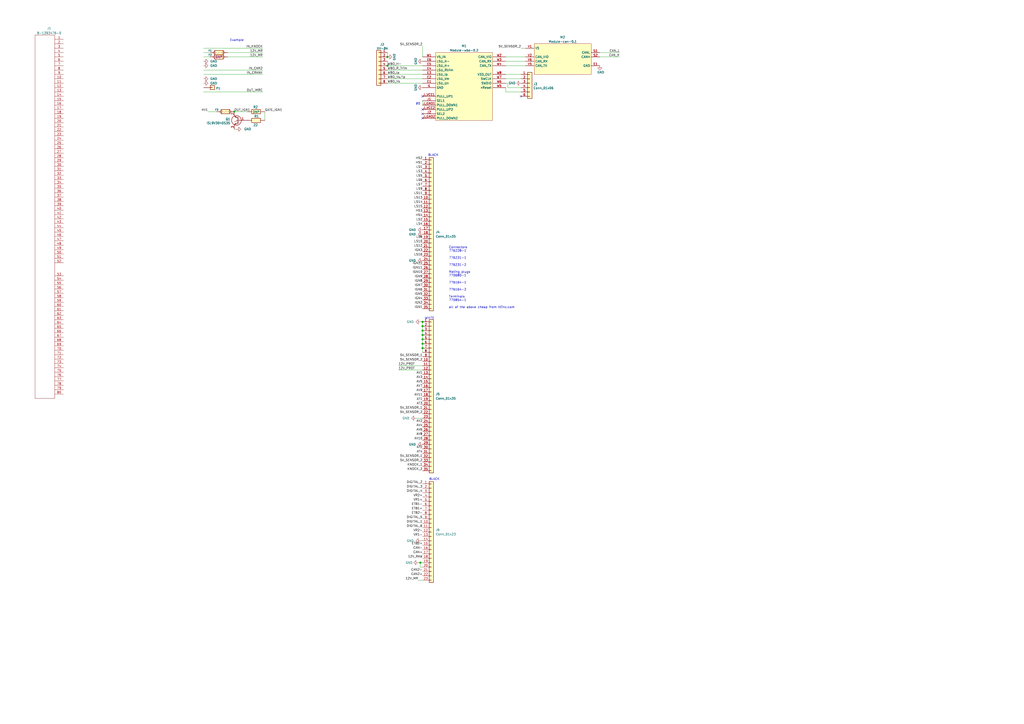
<source format=kicad_sch>
(kicad_sch (version 20210621) (generator eeschema)
  (paper "A2")
  (title_block (title "proteus80vag") (date "2021-09-27") (rev "a") (company "gerefi"))
  (lib_symbols
    (symbol "8-1393476-0:8-1393476-0" (pin_names (offset 1.016))
      (property "Reference" "J" (at 0 0.5334 0))
      (property "Value" "8-1393476-0" (at 0 -213.36 0))
      (symbol "8-1393476-0_0_1"
        (rectangle (start 0 0) (end 11.43 -210.82) (stroke (width 0.1524)))
      )
      (symbol "8-1393476-0_1_1"
        (pin passive line (at 16.51 -2.54 180) (length 5.08) (name "") (number "1"))
        (pin passive line (at 16.51 -25.4 180) (length 5.08) (name "") (number "10"))
        (pin passive line (at 16.51 -27.94 180) (length 5.08) (name "") (number "11"))
        (pin passive line (at 16.51 -30.48 180) (length 5.08) (name "") (number "12"))
        (pin passive line (at 16.51 -33.02 180) (length 5.08) (name "") (number "13"))
        (pin passive line (at 16.51 -35.56 180) (length 5.08) (name "") (number "14"))
        (pin passive line (at 16.51 -38.1 180) (length 5.08) (name "") (number "15"))
        (pin passive line (at 16.51 -40.64 180) (length 5.08) (name "") (number "16"))
        (pin passive line (at 16.51 -43.18 180) (length 5.08) (name "") (number "17"))
        (pin passive line (at 16.51 -45.72 180) (length 5.08) (name "") (number "18"))
        (pin passive line (at 16.51 -48.26 180) (length 5.08) (name "") (number "19"))
        (pin passive line (at 16.51 -5.08 180) (length 5.08) (name "") (number "2"))
        (pin passive line (at 16.51 -50.8 180) (length 5.08) (name "") (number "20"))
        (pin passive line (at 16.51 -53.34 180) (length 5.08) (name "") (number "21"))
        (pin passive line (at 16.51 -55.88 180) (length 5.08) (name "") (number "22"))
        (pin passive line (at 16.51 -58.42 180) (length 5.08) (name "") (number "23"))
        (pin passive line (at 16.51 -60.96 180) (length 5.08) (name "") (number "24"))
        (pin passive line (at 16.51 -63.5 180) (length 5.08) (name "") (number "25"))
        (pin passive line (at 16.51 -66.04 180) (length 5.08) (name "") (number "26"))
        (pin passive line (at 16.51 -68.58 180) (length 5.08) (name "") (number "27"))
        (pin passive line (at 16.51 -71.12 180) (length 5.08) (name "") (number "28"))
        (pin passive line (at 16.51 -73.66 180) (length 5.08) (name "") (number "29"))
        (pin passive line (at 16.51 -7.62 180) (length 5.08) (name "") (number "3"))
        (pin passive line (at 16.51 -76.2 180) (length 5.08) (name "") (number "30"))
        (pin passive line (at 16.51 -78.74 180) (length 5.08) (name "") (number "31"))
        (pin passive line (at 16.51 -81.28 180) (length 5.08) (name "") (number "32"))
        (pin passive line (at 16.51 -83.82 180) (length 5.08) (name "") (number "33"))
        (pin passive line (at 16.51 -86.36 180) (length 5.08) (name "") (number "34"))
        (pin passive line (at 16.51 -88.9 180) (length 5.08) (name "") (number "35"))
        (pin passive line (at 16.51 -91.44 180) (length 5.08) (name "") (number "36"))
        (pin passive line (at 16.51 -93.98 180) (length 5.08) (name "") (number "37"))
        (pin passive line (at 16.51 -96.52 180) (length 5.08) (name "") (number "38"))
        (pin passive line (at 16.51 -99.06 180) (length 5.08) (name "") (number "39"))
        (pin passive line (at 16.51 -10.16 180) (length 5.08) (name "") (number "4"))
        (pin passive line (at 16.51 -101.6 180) (length 5.08) (name "") (number "40"))
        (pin passive line (at 16.51 -104.14 180) (length 5.08) (name "") (number "41"))
        (pin passive line (at 16.51 -106.68 180) (length 5.08) (name "") (number "42"))
        (pin passive line (at 16.51 -109.22 180) (length 5.08) (name "") (number "43"))
        (pin passive line (at 16.51 -111.76 180) (length 5.08) (name "") (number "44"))
        (pin passive line (at 16.51 -114.3 180) (length 5.08) (name "") (number "45"))
        (pin passive line (at 16.51 -116.84 180) (length 5.08) (name "") (number "46"))
        (pin passive line (at 16.51 -119.38 180) (length 5.08) (name "") (number "47"))
        (pin passive line (at 16.51 -121.92 180) (length 5.08) (name "") (number "48"))
        (pin passive line (at 16.51 -124.46 180) (length 5.08) (name "") (number "49"))
        (pin passive line (at 16.51 -12.7 180) (length 5.08) (name "") (number "5"))
        (pin passive line (at 16.51 -127 180) (length 5.08) (name "") (number "50"))
        (pin passive line (at 16.51 -129.54 180) (length 5.08) (name "") (number "51"))
        (pin passive line (at 16.51 -132.08 180) (length 5.08) (name "") (number "52"))
        (pin passive line (at 16.51 -139.7 180) (length 5.08) (name "") (number "53"))
        (pin passive line (at 16.51 -142.24 180) (length 5.08) (name "") (number "54"))
        (pin passive line (at 16.51 -144.78 180) (length 5.08) (name "") (number "55"))
        (pin passive line (at 16.51 -147.32 180) (length 5.08) (name "") (number "56"))
        (pin passive line (at 16.51 -149.86 180) (length 5.08) (name "") (number "57"))
        (pin passive line (at 16.51 -152.4 180) (length 5.08) (name "") (number "58"))
        (pin passive line (at 16.51 -154.94 180) (length 5.08) (name "") (number "59"))
        (pin passive line (at 16.51 -15.24 180) (length 5.08) (name "") (number "6"))
        (pin passive line (at 16.51 -157.48 180) (length 5.08) (name "") (number "60"))
        (pin passive line (at 16.51 -160.02 180) (length 5.08) (name "") (number "61"))
        (pin passive line (at 16.51 -162.56 180) (length 5.08) (name "") (number "62"))
        (pin passive line (at 16.51 -165.1 180) (length 5.08) (name "") (number "63"))
        (pin passive line (at 16.51 -167.64 180) (length 5.08) (name "") (number "64"))
        (pin passive line (at 16.51 -170.18 180) (length 5.08) (name "") (number "65"))
        (pin passive line (at 16.51 -172.72 180) (length 5.08) (name "") (number "66"))
        (pin passive line (at 16.51 -175.26 180) (length 5.08) (name "") (number "67"))
        (pin passive line (at 16.51 -177.8 180) (length 5.08) (name "") (number "68"))
        (pin passive line (at 16.51 -180.34 180) (length 5.08) (name "") (number "69"))
        (pin passive line (at 16.51 -17.78 180) (length 5.08) (name "") (number "7"))
        (pin passive line (at 16.51 -182.88 180) (length 5.08) (name "") (number "70"))
        (pin passive line (at 16.51 -185.42 180) (length 5.08) (name "") (number "71"))
        (pin passive line (at 16.51 -187.96 180) (length 5.08) (name "") (number "72"))
        (pin passive line (at 16.51 -190.5 180) (length 5.08) (name "") (number "73"))
        (pin passive line (at 16.51 -193.04 180) (length 5.08) (name "") (number "74"))
        (pin passive line (at 16.51 -195.58 180) (length 5.08) (name "") (number "75"))
        (pin passive line (at 16.51 -198.12 180) (length 5.08) (name "") (number "76"))
        (pin passive line (at 16.51 -200.66 180) (length 5.08) (name "") (number "77"))
        (pin passive line (at 16.51 -203.2 180) (length 5.08) (name "") (number "78"))
        (pin passive line (at 16.51 -205.74 180) (length 5.08) (name "") (number "79"))
        (pin passive line (at 16.51 -20.32 180) (length 5.08) (name "") (number "8"))
        (pin passive line (at 16.51 -208.28 180) (length 5.08) (name "") (number "80"))
        (pin passive line (at 16.51 -22.86 180) (length 5.08) (name "") (number "9"))
      )
    )
    (symbol "Connector_Generic:Conn_01x06" (pin_names (offset 1.016) hide)
      (property "Reference" "J" (at 0 7.62 0))
      (property "Value" "Conn_01x06" (at 0 -10.16 0))
      (symbol "Conn_01x06_1_1"
        (rectangle (start -1.27 -7.493) (end 0 -7.747) (stroke (width 0.1524)))
        (rectangle (start -1.27 -4.953) (end 0 -5.207) (stroke (width 0.1524)))
        (rectangle (start -1.27 -2.413) (end 0 -2.667) (stroke (width 0.1524)))
        (rectangle (start -1.27 0.127) (end 0 -0.127) (stroke (width 0.1524)))
        (rectangle (start -1.27 2.667) (end 0 2.413) (stroke (width 0.1524)))
        (rectangle (start -1.27 5.207) (end 0 4.953) (stroke (width 0.1524)))
        (rectangle (start -1.27 6.35) (end 1.27 -8.89) (stroke (width 0.254)) (fill (type background)))
        (pin passive line (at -5.08 5.08 0) (length 3.81) (name "Pin_1") (number "1"))
        (pin passive line (at -5.08 2.54 0) (length 3.81) (name "Pin_2") (number "2"))
        (pin passive line (at -5.08 0 0) (length 3.81) (name "Pin_3") (number "3"))
        (pin passive line (at -5.08 -2.54 0) (length 3.81) (name "Pin_4") (number "4"))
        (pin passive line (at -5.08 -5.08 0) (length 3.81) (name "Pin_5") (number "5"))
        (pin passive line (at -5.08 -7.62 0) (length 3.81) (name "Pin_6") (number "6"))
      )
    )
    (symbol "Connector_Generic:Conn_01x08" (pin_names (offset 1.016) hide)
      (property "Reference" "J" (at 0 10.16 0))
      (property "Value" "Conn_01x08" (at 0 -12.7 0))
      (symbol "Conn_01x08_1_1"
        (rectangle (start -1.27 -10.033) (end 0 -10.287) (stroke (width 0.1524)))
        (rectangle (start -1.27 -7.493) (end 0 -7.747) (stroke (width 0.1524)))
        (rectangle (start -1.27 -4.953) (end 0 -5.207) (stroke (width 0.1524)))
        (rectangle (start -1.27 -2.413) (end 0 -2.667) (stroke (width 0.1524)))
        (rectangle (start -1.27 0.127) (end 0 -0.127) (stroke (width 0.1524)))
        (rectangle (start -1.27 2.667) (end 0 2.413) (stroke (width 0.1524)))
        (rectangle (start -1.27 5.207) (end 0 4.953) (stroke (width 0.1524)))
        (rectangle (start -1.27 7.747) (end 0 7.493) (stroke (width 0.1524)))
        (rectangle (start -1.27 8.89) (end 1.27 -11.43) (stroke (width 0.254)) (fill (type background)))
        (pin passive line (at -5.08 7.62 0) (length 3.81) (name "Pin_1") (number "1"))
        (pin passive line (at -5.08 5.08 0) (length 3.81) (name "Pin_2") (number "2"))
        (pin passive line (at -5.08 2.54 0) (length 3.81) (name "Pin_3") (number "3"))
        (pin passive line (at -5.08 0 0) (length 3.81) (name "Pin_4") (number "4"))
        (pin passive line (at -5.08 -2.54 0) (length 3.81) (name "Pin_5") (number "5"))
        (pin passive line (at -5.08 -5.08 0) (length 3.81) (name "Pin_6") (number "6"))
        (pin passive line (at -5.08 -7.62 0) (length 3.81) (name "Pin_7") (number "7"))
        (pin passive line (at -5.08 -10.16 0) (length 3.81) (name "Pin_8") (number "8"))
      )
    )
    (symbol "Connector_Generic:Conn_01x23" (pin_names (offset 1.016) hide)
      (property "Reference" "J" (at 0 30.48 0))
      (property "Value" "Conn_01x23" (at 0 -30.48 0))
      (symbol "Conn_01x23_1_1"
        (rectangle (start -1.27 -27.813) (end 0 -28.067) (stroke (width 0.1524)))
        (rectangle (start -1.27 -25.273) (end 0 -25.527) (stroke (width 0.1524)))
        (rectangle (start -1.27 -22.733) (end 0 -22.987) (stroke (width 0.1524)))
        (rectangle (start -1.27 -20.193) (end 0 -20.447) (stroke (width 0.1524)))
        (rectangle (start -1.27 -17.653) (end 0 -17.907) (stroke (width 0.1524)))
        (rectangle (start -1.27 -15.113) (end 0 -15.367) (stroke (width 0.1524)))
        (rectangle (start -1.27 -12.573) (end 0 -12.827) (stroke (width 0.1524)))
        (rectangle (start -1.27 -10.033) (end 0 -10.287) (stroke (width 0.1524)))
        (rectangle (start -1.27 -7.493) (end 0 -7.747) (stroke (width 0.1524)))
        (rectangle (start -1.27 -4.953) (end 0 -5.207) (stroke (width 0.1524)))
        (rectangle (start -1.27 -2.413) (end 0 -2.667) (stroke (width 0.1524)))
        (rectangle (start -1.27 0.127) (end 0 -0.127) (stroke (width 0.1524)))
        (rectangle (start -1.27 2.667) (end 0 2.413) (stroke (width 0.1524)))
        (rectangle (start -1.27 5.207) (end 0 4.953) (stroke (width 0.1524)))
        (rectangle (start -1.27 7.747) (end 0 7.493) (stroke (width 0.1524)))
        (rectangle (start -1.27 10.287) (end 0 10.033) (stroke (width 0.1524)))
        (rectangle (start -1.27 12.827) (end 0 12.573) (stroke (width 0.1524)))
        (rectangle (start -1.27 15.367) (end 0 15.113) (stroke (width 0.1524)))
        (rectangle (start -1.27 17.907) (end 0 17.653) (stroke (width 0.1524)))
        (rectangle (start -1.27 20.447) (end 0 20.193) (stroke (width 0.1524)))
        (rectangle (start -1.27 22.987) (end 0 22.733) (stroke (width 0.1524)))
        (rectangle (start -1.27 25.527) (end 0 25.273) (stroke (width 0.1524)))
        (rectangle (start -1.27 28.067) (end 0 27.813) (stroke (width 0.1524)))
        (rectangle (start -1.27 29.21) (end 1.27 -29.21) (stroke (width 0.254)) (fill (type background)))
        (pin passive line (at -5.08 27.94 0) (length 3.81) (name "Pin_1") (number "1"))
        (pin passive line (at -5.08 5.08 0) (length 3.81) (name "Pin_10") (number "10"))
        (pin passive line (at -5.08 2.54 0) (length 3.81) (name "Pin_11") (number "11"))
        (pin passive line (at -5.08 0 0) (length 3.81) (name "Pin_12") (number "12"))
        (pin passive line (at -5.08 -2.54 0) (length 3.81) (name "Pin_13") (number "13"))
        (pin passive line (at -5.08 -5.08 0) (length 3.81) (name "Pin_14") (number "14"))
        (pin passive line (at -5.08 -7.62 0) (length 3.81) (name "Pin_15") (number "15"))
        (pin passive line (at -5.08 -10.16 0) (length 3.81) (name "Pin_16") (number "16"))
        (pin passive line (at -5.08 -12.7 0) (length 3.81) (name "Pin_17") (number "17"))
        (pin passive line (at -5.08 -15.24 0) (length 3.81) (name "Pin_18") (number "18"))
        (pin passive line (at -5.08 -17.78 0) (length 3.81) (name "Pin_19") (number "19"))
        (pin passive line (at -5.08 25.4 0) (length 3.81) (name "Pin_2") (number "2"))
        (pin passive line (at -5.08 -20.32 0) (length 3.81) (name "Pin_20") (number "20"))
        (pin passive line (at -5.08 -22.86 0) (length 3.81) (name "Pin_21") (number "21"))
        (pin passive line (at -5.08 -25.4 0) (length 3.81) (name "Pin_22") (number "22"))
        (pin passive line (at -5.08 -27.94 0) (length 3.81) (name "Pin_23") (number "23"))
        (pin passive line (at -5.08 22.86 0) (length 3.81) (name "Pin_3") (number "3"))
        (pin passive line (at -5.08 20.32 0) (length 3.81) (name "Pin_4") (number "4"))
        (pin passive line (at -5.08 17.78 0) (length 3.81) (name "Pin_5") (number "5"))
        (pin passive line (at -5.08 15.24 0) (length 3.81) (name "Pin_6") (number "6"))
        (pin passive line (at -5.08 12.7 0) (length 3.81) (name "Pin_7") (number "7"))
        (pin passive line (at -5.08 10.16 0) (length 3.81) (name "Pin_8") (number "8"))
        (pin passive line (at -5.08 7.62 0) (length 3.81) (name "Pin_9") (number "9"))
      )
    )
    (symbol "Connector_Generic:Conn_01x35" (pin_names (offset 1.016) hide)
      (property "Reference" "J" (at 0 45.72 0))
      (property "Value" "Conn_01x35" (at 0 -45.72 0))
      (symbol "Conn_01x35_1_1"
        (rectangle (start -1.27 -43.053) (end 0 -43.307) (stroke (width 0.1524)))
        (rectangle (start -1.27 -40.513) (end 0 -40.767) (stroke (width 0.1524)))
        (rectangle (start -1.27 -37.973) (end 0 -38.227) (stroke (width 0.1524)))
        (rectangle (start -1.27 -35.433) (end 0 -35.687) (stroke (width 0.1524)))
        (rectangle (start -1.27 -32.893) (end 0 -33.147) (stroke (width 0.1524)))
        (rectangle (start -1.27 -30.353) (end 0 -30.607) (stroke (width 0.1524)))
        (rectangle (start -1.27 -27.813) (end 0 -28.067) (stroke (width 0.1524)))
        (rectangle (start -1.27 -25.273) (end 0 -25.527) (stroke (width 0.1524)))
        (rectangle (start -1.27 -22.733) (end 0 -22.987) (stroke (width 0.1524)))
        (rectangle (start -1.27 -20.193) (end 0 -20.447) (stroke (width 0.1524)))
        (rectangle (start -1.27 -17.653) (end 0 -17.907) (stroke (width 0.1524)))
        (rectangle (start -1.27 -15.113) (end 0 -15.367) (stroke (width 0.1524)))
        (rectangle (start -1.27 -12.573) (end 0 -12.827) (stroke (width 0.1524)))
        (rectangle (start -1.27 -10.033) (end 0 -10.287) (stroke (width 0.1524)))
        (rectangle (start -1.27 -7.493) (end 0 -7.747) (stroke (width 0.1524)))
        (rectangle (start -1.27 -4.953) (end 0 -5.207) (stroke (width 0.1524)))
        (rectangle (start -1.27 -2.413) (end 0 -2.667) (stroke (width 0.1524)))
        (rectangle (start -1.27 0.127) (end 0 -0.127) (stroke (width 0.1524)))
        (rectangle (start -1.27 2.667) (end 0 2.413) (stroke (width 0.1524)))
        (rectangle (start -1.27 5.207) (end 0 4.953) (stroke (width 0.1524)))
        (rectangle (start -1.27 7.747) (end 0 7.493) (stroke (width 0.1524)))
        (rectangle (start -1.27 10.287) (end 0 10.033) (stroke (width 0.1524)))
        (rectangle (start -1.27 12.827) (end 0 12.573) (stroke (width 0.1524)))
        (rectangle (start -1.27 15.367) (end 0 15.113) (stroke (width 0.1524)))
        (rectangle (start -1.27 17.907) (end 0 17.653) (stroke (width 0.1524)))
        (rectangle (start -1.27 20.447) (end 0 20.193) (stroke (width 0.1524)))
        (rectangle (start -1.27 22.987) (end 0 22.733) (stroke (width 0.1524)))
        (rectangle (start -1.27 25.527) (end 0 25.273) (stroke (width 0.1524)))
        (rectangle (start -1.27 28.067) (end 0 27.813) (stroke (width 0.1524)))
        (rectangle (start -1.27 30.607) (end 0 30.353) (stroke (width 0.1524)))
        (rectangle (start -1.27 33.147) (end 0 32.893) (stroke (width 0.1524)))
        (rectangle (start -1.27 35.687) (end 0 35.433) (stroke (width 0.1524)))
        (rectangle (start -1.27 38.227) (end 0 37.973) (stroke (width 0.1524)))
        (rectangle (start -1.27 40.767) (end 0 40.513) (stroke (width 0.1524)))
        (rectangle (start -1.27 43.307) (end 0 43.053) (stroke (width 0.1524)))
        (rectangle (start -1.27 44.45) (end 1.27 -44.45) (stroke (width 0.254)) (fill (type background)))
        (pin passive line (at -5.08 43.18 0) (length 3.81) (name "Pin_1") (number "1"))
        (pin passive line (at -5.08 20.32 0) (length 3.81) (name "Pin_10") (number "10"))
        (pin passive line (at -5.08 17.78 0) (length 3.81) (name "Pin_11") (number "11"))
        (pin passive line (at -5.08 15.24 0) (length 3.81) (name "Pin_12") (number "12"))
        (pin passive line (at -5.08 12.7 0) (length 3.81) (name "Pin_13") (number "13"))
        (pin passive line (at -5.08 10.16 0) (length 3.81) (name "Pin_14") (number "14"))
        (pin passive line (at -5.08 7.62 0) (length 3.81) (name "Pin_15") (number "15"))
        (pin passive line (at -5.08 5.08 0) (length 3.81) (name "Pin_16") (number "16"))
        (pin passive line (at -5.08 2.54 0) (length 3.81) (name "Pin_17") (number "17"))
        (pin passive line (at -5.08 0 0) (length 3.81) (name "Pin_18") (number "18"))
        (pin passive line (at -5.08 -2.54 0) (length 3.81) (name "Pin_19") (number "19"))
        (pin passive line (at -5.08 40.64 0) (length 3.81) (name "Pin_2") (number "2"))
        (pin passive line (at -5.08 -5.08 0) (length 3.81) (name "Pin_20") (number "20"))
        (pin passive line (at -5.08 -7.62 0) (length 3.81) (name "Pin_21") (number "21"))
        (pin passive line (at -5.08 -10.16 0) (length 3.81) (name "Pin_22") (number "22"))
        (pin passive line (at -5.08 -12.7 0) (length 3.81) (name "Pin_23") (number "23"))
        (pin passive line (at -5.08 -15.24 0) (length 3.81) (name "Pin_24") (number "24"))
        (pin passive line (at -5.08 -17.78 0) (length 3.81) (name "Pin_25") (number "25"))
        (pin passive line (at -5.08 -20.32 0) (length 3.81) (name "Pin_26") (number "26"))
        (pin passive line (at -5.08 -22.86 0) (length 3.81) (name "Pin_27") (number "27"))
        (pin passive line (at -5.08 -25.4 0) (length 3.81) (name "Pin_28") (number "28"))
        (pin passive line (at -5.08 -27.94 0) (length 3.81) (name "Pin_29") (number "29"))
        (pin passive line (at -5.08 38.1 0) (length 3.81) (name "Pin_3") (number "3"))
        (pin passive line (at -5.08 -30.48 0) (length 3.81) (name "Pin_30") (number "30"))
        (pin passive line (at -5.08 -33.02 0) (length 3.81) (name "Pin_31") (number "31"))
        (pin passive line (at -5.08 -35.56 0) (length 3.81) (name "Pin_32") (number "32"))
        (pin passive line (at -5.08 -38.1 0) (length 3.81) (name "Pin_33") (number "33"))
        (pin passive line (at -5.08 -40.64 0) (length 3.81) (name "Pin_34") (number "34"))
        (pin passive line (at -5.08 -43.18 0) (length 3.81) (name "Pin_35") (number "35"))
        (pin passive line (at -5.08 35.56 0) (length 3.81) (name "Pin_4") (number "4"))
        (pin passive line (at -5.08 33.02 0) (length 3.81) (name "Pin_5") (number "5"))
        (pin passive line (at -5.08 30.48 0) (length 3.81) (name "Pin_6") (number "6"))
        (pin passive line (at -5.08 27.94 0) (length 3.81) (name "Pin_7") (number "7"))
        (pin passive line (at -5.08 25.4 0) (length 3.81) (name "Pin_8") (number "8"))
        (pin passive line (at -5.08 22.86 0) (length 3.81) (name "Pin_9") (number "9"))
      )
    )
    (symbol "Device:Q_NIGBT_GCE" (pin_names (offset 0) hide)
      (property "Reference" "Q" (at 5.08 1.27 0))
      (property "Value" "Q_NIGBT_GCE" (at 5.08 -1.27 0))
      (symbol "Q_NIGBT_GCE_0_1"
        (circle (center 1.27 0) (radius 2.8194) (stroke (width 0.254)))
        (polyline (pts (xy 0.762 -1.016) (xy 0.762 -2.032)) (stroke (width 0.254)))
        (polyline (pts (xy 0.762 0.508) (xy 0.762 -0.508)) (stroke (width 0.254)))
        (polyline (pts (xy 0.762 2.032) (xy 0.762 1.016)) (stroke (width 0.254)))
        (polyline (pts (xy 2.54 -2.413) (xy 0.762 -1.524)))
        (polyline (pts (xy 2.54 -0.889) (xy 0.762 0)))
        (polyline (pts (xy 2.54 2.413) (xy 0.762 1.524)))
        (polyline (pts (xy 0.254 1.905) (xy 0.254 -1.905) (xy 0.254 -1.905)) (stroke (width 0.254)))
        (polyline (pts (xy 1.397 -2.159) (xy 1.651 -1.651) (xy 2.54 -2.413) (xy 1.397 -2.159)) (fill (type outline)))
        (polyline (pts (xy 2.159 1.905) (xy 1.905 2.413) (xy 1.016 1.651) (xy 2.159 1.905)) (fill (type outline)))
      )
      (symbol "Q_NIGBT_GCE_1_1"
        (pin input line (at -5.08 0 0) (length 5.334) (name "G") (number "1"))
        (pin passive line (at 2.54 5.08 270) (length 2.54) (name "C") (number "2"))
        (pin passive line (at 2.54 -5.08 90) (length 2.54) (name "E") (number "3"))
      )
    )
    (symbol "hellen-one-can-0.1:Module-can-0.1"
      (property "Reference" "M" (at 0 0 0))
      (property "Value" "Module-can-0.1" (at 0 0 0))
      (symbol "Module-can-0.1_1_0"
        (rectangle (start 33.02 0) (end 0 -17.78) (fill (type background)))
        (pin passive line (at 38.1 -12.7 180) (length 5.08) (name "GND") (number "E1"))
        (pin passive line (at 38.1 -5.08 180) (length 5.08) (name "CANL") (number "S1"))
        (pin passive line (at 38.1 -7.62 180) (length 5.08) (name "CANH") (number "S2"))
        (pin passive line (at -5.08 -2.54 0) (length 5.08) (name "V5") (number "V1"))
        (pin passive line (at -5.08 -7.62 0) (length 5.08) (name "CAN_VIO") (number "V2"))
        (pin passive line (at -5.08 -12.7 0) (length 5.08) (name "CAN_TX") (number "V5"))
        (pin passive line (at -5.08 -10.16 0) (length 5.08) (name "CAN_RX") (number "V6"))
      )
    )
    (symbol "hellen-one-common:Fuse-Pad-Pad" (pin_numbers hide) (pin_names (offset 0.762) hide)
      (property "Reference" "F" (at 0 2.54 0))
      (symbol "Fuse-Pad-Pad_0_1"
        (arc (start -1.27 0) (end 0 0) (radius (at -0.635 0.2137) (length 0.67) (angles -161.4 -18.6)) (stroke (width 0.0006)))
        (arc (start 0 0) (end 1.27 0) (radius (at 0.635 -0.3076) (length 0.7056) (angles 154.2 25.8)) (stroke (width 0.0006)))
        (circle (center -2.54 0) (radius 0.762))
        (circle (center 2.54 0) (radius 0.762))
        (pin passive line (at -5.08 0 0) (length 2.54) (name "1") (number "1"))
        (pin passive line (at 5.08 0 180) (length 2.54) (name "2") (number "2"))
      )
      (symbol "Fuse-Pad-Pad_1_0"
        (rectangle (start -2.54 -1.27) (end 2.54 1.27) (stroke (width 0.254)) (fill (type background)))
      )
    )
    (symbol "hellen-one-common:Pad" (pin_numbers hide) (pin_names (offset 1.016) hide)
      (property "Reference" "P" (at 2.54 0 0))
      (symbol "Pad_1_1"
        (rectangle (start -1.27 0.127) (end 0 -0.127) (stroke (width 0.1524)))
        (rectangle (start -1.27 1.27) (end 1.27 -1.27) (stroke (width 0.254)) (fill (type background)))
        (pin passive line (at -5.08 0 0) (length 3.81) (name "Pin_1") (number "1"))
      )
    )
    (symbol "hellen-one-common:Res" (pin_numbers hide)
      (property "Reference" "R" (at 3.81 2.54 0))
      (property "Value" "Res" (at 5.08 -2.54 0))
      (symbol "Res_1_0"
        (rectangle (start 2.54 -1.27) (end 7.62 1.27) (stroke (width 0.254)) (fill (type background)))
        (pin passive line (at 0 0 0) (length 2.54) (name "") (number "1"))
        (pin passive line (at 10.16 0 180) (length 2.54) (name "") (number "2"))
      )
    )
    (symbol "hellen-one-wbo-0.2:Module-wbo-0.2"
      (property "Reference" "M" (at 1.27 1.27 0))
      (property "Value" "Module-wbo-0.2" (at 8.89 -40.64 0))
      (symbol "Module-wbo-0.2_1_0"
        (rectangle (start 0 0) (end 33.02 -39.37) (fill (type background)))
        (pin passive line (at 40.64 -17.78 180) (length 7.62) (name "LSU_Un") (number "E1"))
        (pin passive line (at 40.64 -15.24 180) (length 7.62) (name "LSU_Vm") (number "E2"))
        (pin passive line (at 40.64 -12.7 180) (length 7.62) (name "LSU_Ip") (number "E3"))
        (pin passive line (at 40.64 -10.16 180) (length 7.62) (name "LSU_Rtrim") (number "E4"))
        (pin passive line (at 40.64 -7.62 180) (length 7.62) (name "LSU_H+") (number "E5"))
        (pin passive line (at 40.64 -5.08 180) (length 7.62) (name "LSU_H-") (number "E6"))
        (pin passive line (at 40.64 -20.32 180) (length 7.62) (name "GND") (number "G"))
        (pin passive line (at 40.64 -27.94 180) (length 7.62) (name "SEL1") (number "J1"))
        (pin passive line (at 40.64 -35.56 180) (length 7.62) (name "SEL2") (number "J2"))
        (pin passive line (at 40.64 -30.48 180) (length 7.62) (name "PULL_DOWN1") (number "J_GND1"))
        (pin passive line (at 40.64 -38.1 180) (length 7.62) (name "PULL_DOWN2") (number "J_GND2"))
        (pin passive line (at 40.64 -25.4 180) (length 7.62) (name "PULL_UP1") (number "J_VCC1"))
        (pin passive line (at 40.64 -33.02 180) (length 7.62) (name "PULL_UP2") (number "J_VCC2"))
        (pin passive line (at 40.64 -2.54 180) (length 7.62) (name "V5_IN") (number "W1"))
        (pin passive line (at -7.62 -2.54 0) (length 7.62) (name "CAN_VIO") (number "W2"))
        (pin passive line (at -7.62 -5.08 0) (length 7.62) (name "CAN_RX") (number "W3"))
        (pin passive line (at -7.62 -7.62 0) (length 7.62) (name "CAN_TX") (number "W4"))
        (pin passive line (at -7.62 -20.32 0) (length 7.62) (name "nReset") (number "W5"))
        (pin passive line (at -7.62 -17.78 0) (length 7.62) (name "SWDIO") (number "W6"))
        (pin passive line (at -7.62 -15.24 0) (length 7.62) (name "SWCLK") (number "W7"))
        (pin passive line (at -7.62 -12.7 0) (length 7.62) (name "V33_OUT") (number "W8"))
      )
    )
    (symbol "power:GND" (power) (pin_names (offset 0))
      (property "Value" "GND" (at 0 -3.81 0))
      (symbol "GND_0_1"
        (polyline (pts (xy 0 0) (xy 0 -1.27) (xy 1.27 -1.27) (xy 0 -2.54) (xy -1.27 -1.27) (xy 0 -1.27)))
      )
      (symbol "GND_1_1"
        (pin power_in line (at 0 0 270) (length 0) hide (name "GND") (number "1"))
      )
    )
  )
  (junction (at 135.89 64.77))
  (junction (at 224.79 33.02) (diameter 1.016))
  (junction (at 224.79 38.1) (diameter 1.016))
  (junction (at 243.84 326.39) (diameter 1.016))
  (junction (at 245.11 186.69) (diameter 1.016))
  (junction (at 245.11 189.23) (diameter 1.016))
  (junction (at 245.11 191.77) (diameter 1.016))
  (junction (at 245.11 194.31) (diameter 1.016))
  (junction (at 245.11 196.85) (diameter 1.016))
  (junction (at 245.11 199.39) (diameter 1.016))
  (junction (at 245.11 201.93) (diameter 1.016))
  (no_connect (at 245.11 55.88))
  (no_connect (at 245.11 63.5))
  (no_connect (at 245.11 66.04))
  (no_connect (at 245.11 68.58))
  (no_connect (at 302.26 55.88))
  (wire (pts (xy 118.11 27.94) (xy 152.4 27.94)))
  (wire (pts (xy 118.11 43.18) (xy 152.4 43.18)))
  (wire (pts (xy 118.11 53.34) (xy 152.4 53.34)))
  (wire (pts (xy 120.65 64.77) (xy 125.73 64.77)))
  (wire (pts (xy 121.92 30.48) (xy 118.11 30.48)))
  (wire (pts (xy 121.92 33.02) (xy 118.11 33.02)))
  (wire (pts (xy 135.89 64.77) (xy 143.51 64.77)))
  (wire (pts (xy 137.16 74.93) (xy 135.89 74.93)))
  (wire (pts (xy 152.4 30.48) (xy 132.08 30.48)))
  (wire (pts (xy 152.4 33.02) (xy 132.08 33.02)))
  (wire (pts (xy 152.4 40.64) (xy 118.11 40.64)))
  (wire (pts (xy 153.67 64.77) (xy 153.67 69.85)))
  (wire (pts (xy 224.79 30.48) (xy 224.79 33.02)))
  (wire (pts (xy 224.79 35.56) (xy 224.79 38.1)))
  (wire (pts (xy 224.79 38.1) (xy 245.11 38.1)))
  (wire (pts (xy 224.79 40.64) (xy 245.11 40.64)))
  (wire (pts (xy 224.79 43.18) (xy 245.11 43.18)))
  (wire (pts (xy 224.79 45.72) (xy 245.11 45.72)))
  (wire (pts (xy 224.79 48.26) (xy 245.11 48.26)))
  (wire (pts (xy 231.14 212.09) (xy 245.11 212.09)))
  (wire (pts (xy 231.14 214.63) (xy 245.11 214.63)))
  (wire (pts (xy 241.3 242.57) (xy 245.11 242.57)))
  (wire (pts (xy 242.57 326.39) (xy 243.84 326.39)))
  (wire (pts (xy 242.57 336.55) (xy 245.11 336.55)))
  (wire (pts (xy 243.84 186.69) (xy 245.11 186.69)))
  (wire (pts (xy 243.84 313.69) (xy 245.11 313.69)))
  (wire (pts (xy 243.84 326.39) (xy 243.84 328.93)))
  (wire (pts (xy 243.84 328.93) (xy 245.11 328.93)))
  (wire (pts (xy 245.11 26.67) (xy 245.11 33.02)))
  (wire (pts (xy 245.11 58.42) (xy 245.11 60.96)))
  (wire (pts (xy 245.11 186.69) (xy 245.11 189.23)))
  (wire (pts (xy 245.11 189.23) (xy 245.11 191.77)))
  (wire (pts (xy 245.11 191.77) (xy 245.11 194.31)))
  (wire (pts (xy 245.11 194.31) (xy 245.11 196.85)))
  (wire (pts (xy 245.11 196.85) (xy 245.11 199.39)))
  (wire (pts (xy 245.11 199.39) (xy 245.11 201.93)))
  (wire (pts (xy 245.11 201.93) (xy 245.11 204.47)))
  (wire (pts (xy 245.11 326.39) (xy 243.84 326.39)))
  (wire (pts (xy 293.37 33.02) (xy 304.8 33.02)))
  (wire (pts (xy 293.37 35.56) (xy 304.8 35.56)))
  (wire (pts (xy 293.37 38.1) (xy 304.8 38.1)))
  (wire (pts (xy 293.37 43.18) (xy 302.26 43.18)))
  (wire (pts (xy 293.37 45.72) (xy 302.26 45.72)))
  (wire (pts (xy 293.37 48.26) (xy 294.64 48.26)))
  (wire (pts (xy 293.37 50.8) (xy 293.37 53.34)))
  (wire (pts (xy 293.37 53.34) (xy 302.26 53.34)))
  (wire (pts (xy 294.64 48.26) (xy 294.64 50.8)))
  (wire (pts (xy 294.64 50.8) (xy 302.26 50.8)))
  (wire (pts (xy 302.26 27.94) (xy 304.8 27.94)))
  (wire (pts (xy 347.98 30.48) (xy 359.41 30.48)))
  (wire (pts (xy 347.98 33.02) (xy 359.41 33.02)))
  (text "Example" (at 133.35 24.13 0) (effects (font (size 1.27 1.27)) (justify left bottom)))
  (text "#0" (at 243.84 60.96 180) (effects (font (size 1.27 1.27)) (justify right bottom)))
  (text "WHITE" (at 246.38 185.42 0) (effects (font (size 1.27 1.27)) (justify left bottom)))
  (text "BLACK" (at 248.285 90.805 0) (effects (font (size 1.27 1.27)) (justify left bottom)))
  (text "BLACK" (at 248.92 278.765 0) (effects (font (size 1.27 1.27)) (justify left bottom)))
  (text "Connectors\n776228-1\n\n776231-1\n\n776231-2\n\nMating plugs\n770680-1\n\n776164-1\n\n776164-2\n\nTerminals\n770854-1\n\nall of the above cheap from ttiinc.com" (at 260.35 179.07 0) (effects (font (size 1.27 1.27)) (justify left bottom)))
  (label "HV1" (at 120.65 64.77 180))
  (label "OUT_IGN1" (at 135.89 64.77 0))
  (label "IN_KNOCK" (at 152.4 27.94 180))
  (label "12V_MR" (at 152.4 30.48 180))
  (label "12V_MR" (at 152.4 33.02 180))
  (label "IN_CAM2" (at 152.4 40.64 180))
  (label "IN_CRANK" (at 152.4 43.18 180))
  (label "OUT_IMRC" (at 152.4 53.34 180))
  (label "GATE_IGN1" (at 153.67 64.77 0))
  (label "WBO_H-" (at 224.79 38.1 0))
  (label "WBO_R_Trim" (at 224.79 40.64 0))
  (label "WBO_Ip" (at 224.79 43.18 0))
  (label "WBO_Vs{slash}Ip" (at 224.79 45.72 0))
  (label "WBO_Vs" (at 224.79 48.26 0))
  (label "12V_PROT" (at 231.14 212.09 0))
  (label "12V_PROT" (at 231.14 214.63 0))
  (label "12V_MR" (at 242.57 336.55 180))
  (label "5V_SENSOR_2" (at 245.11 26.67 180))
  (label "HS2" (at 245.11 92.71 180))
  (label "HS1" (at 245.11 95.25 180))
  (label "LS1" (at 245.11 97.79 180))
  (label "LS3" (at 245.11 100.33 180))
  (label "LS5" (at 245.11 102.87 180))
  (label "LS6" (at 245.11 105.41 180))
  (label "LS7" (at 245.11 107.95 180))
  (label "LS9" (at 245.11 110.49 180))
  (label "LS11" (at 245.11 113.03 180))
  (label "LS13" (at 245.11 115.57 180))
  (label "LS14" (at 245.11 118.11 180))
  (label "LS15" (at 245.11 120.65 180))
  (label "HS3" (at 245.11 123.19 180))
  (label "HS4" (at 245.11 125.73 180))
  (label "LS2" (at 245.11 128.27 180))
  (label "LS4" (at 245.11 130.81 180))
  (label "LS8" (at 245.11 138.43 180))
  (label "LS10" (at 245.11 140.97 180))
  (label "LS12" (at 245.11 143.51 180))
  (label "IGN3" (at 245.11 146.05 180))
  (label "LS16" (at 245.11 148.59 180))
  (label "IGN12" (at 245.11 153.67 180))
  (label "IGN11" (at 245.11 156.21 180))
  (label "IGN10" (at 245.11 158.75 180))
  (label "IGN9" (at 245.11 161.29 180))
  (label "IGN8" (at 245.11 163.83 180))
  (label "IGN7" (at 245.11 166.37 180))
  (label "IGN6" (at 245.11 168.91 180))
  (label "IGN5" (at 245.11 171.45 180))
  (label "IGN4" (at 245.11 173.99 180))
  (label "IGN2" (at 245.11 176.53 180))
  (label "IGN1" (at 245.11 179.07 180))
  (label "5V_SENSOR_1" (at 245.11 207.01 180))
  (label "5V_SENSOR_2" (at 245.11 209.55 180))
  (label "AV1" (at 245.11 217.17 180))
  (label "AV3" (at 245.11 219.71 180))
  (label "AV5" (at 245.11 222.25 180))
  (label "AV7" (at 245.11 224.79 180))
  (label "AV9" (at 245.11 227.33 180))
  (label "AV11" (at 245.11 229.87 180))
  (label "AT1" (at 245.11 232.41 180))
  (label "AT3" (at 245.11 234.95 180))
  (label "5V_SENSOR_1" (at 245.11 237.49 180))
  (label "5V_SENSOR_2" (at 245.11 240.03 180))
  (label "AV2" (at 245.11 245.11 180))
  (label "AV4" (at 245.11 247.65 180))
  (label "AV6" (at 245.11 250.19 180))
  (label "AV8" (at 245.11 252.73 180))
  (label "AV10" (at 245.11 255.27 180))
  (label "AT2" (at 245.11 260.35 180))
  (label "AT4" (at 245.11 262.89 180))
  (label "5V_SENSOR_1" (at 245.11 265.43 180))
  (label "5V_SENSOR_2" (at 245.11 267.97 180))
  (label "KNOCK_1" (at 245.11 270.51 180))
  (label "KNOCK_2" (at 245.11 273.05 180))
  (label "DIGITAL_2" (at 245.11 280.67 180))
  (label "DIGITAL_3" (at 245.11 283.21 180))
  (label "DIGITAL_4" (at 245.11 285.75 180))
  (label "VR2+" (at 245.11 288.29 180))
  (label "VR1+" (at 245.11 290.83 180))
  (label "ETB1-" (at 245.11 293.37 180))
  (label "ETB1+" (at 245.11 295.91 180))
  (label "ETB2-" (at 245.11 298.45 180))
  (label "DIGITAL_5" (at 245.11 300.99 180))
  (label "DIGITAL_1" (at 245.11 303.53 180))
  (label "DIGITAL_6" (at 245.11 306.07 180))
  (label "VR2-" (at 245.11 308.61 180))
  (label "VR1-" (at 245.11 311.15 180))
  (label "ETB2+" (at 245.11 316.23 180))
  (label "CAN-" (at 245.11 318.77 180))
  (label "CAN+" (at 245.11 321.31 180))
  (label "12V_RAW" (at 245.11 323.85 180))
  (label "CAN2-" (at 245.11 331.47 180))
  (label "CAN2+" (at 245.11 334.01 180))
  (label "5V_SENSOR_2" (at 302.26 27.94 180))
  (label "CAN_L" (at 359.41 30.48 180))
  (label "CAN_H" (at 359.41 33.02 180))
  (symbol (lib_id "power:GND") (at 118.11 35.56 90) (unit 1)
    (property "Reference" "#PWR01" (effects hide))
    (property "Value" "GND" (at 121.92 35.56 90) (effects (justify right)))
  )
  (symbol (lib_id "power:GND") (at 118.11 38.1 90) (unit 1)
    (property "Reference" "#PWR02" (effects hide))
    (property "Value" "GND" (at 121.92 38.1 90) (effects (justify right)))
  )
  (symbol (lib_id "power:GND") (at 118.11 45.72 90) (unit 1)
    (property "Reference" "#PWR03" (effects hide))
    (property "Value" "GND" (at 121.92 45.72 90) (effects (justify right)))
  )
  (symbol (lib_id "power:GND") (at 118.11 48.26 90) (unit 1)
    (property "Reference" "#PWR04" (effects hide))
    (property "Value" "GND" (at 121.92 48.26 90) (effects (justify right)))
  )
  (symbol (lib_id "power:GND") (at 137.16 74.93 90) (unit 1)
    (property "Reference" "#PWR05" (effects hide))
    (property "Value" "GND" (at 143.6434 74.8792 90))
  )
  (symbol (lib_id "power:GND") (at 224.79 33.02 90) (mirror x) (unit 1)
    (property "Reference" "#PWR08" (effects hide))
    (property "Value" "GND" (at 228.7334 33.0708 0))
  )
  (symbol (lib_id "power:GND") (at 241.3 242.57 270) (unit 1)
    (property "Reference" "#PWR013" (effects hide))
    (property "Value" "GND" (at 237.49 242.57 90) (effects (justify right)))
  )
  (symbol (lib_id "power:GND") (at 242.57 326.39 270) (unit 1)
    (property "Reference" "#PWR014" (effects hide))
    (property "Value" "GND" (at 239.395 326.39 90) (effects (justify right)))
  )
  (symbol (lib_id "power:GND") (at 243.84 186.69 270) (unit 1)
    (property "Reference" "#PWR015" (effects hide))
    (property "Value" "GND" (at 240.03 186.69 90) (effects (justify right)))
  )
  (symbol (lib_id "power:GND") (at 243.84 313.69 270) (unit 1)
    (property "Reference" "#PWR016" (effects hide))
    (property "Value" "GND" (at 240.03 313.69 90) (effects (justify right)))
  )
  (symbol (lib_id "power:GND") (at 245.11 35.56 270) (mirror x) (unit 1)
    (property "Reference" "#PWR09" (effects hide))
    (property "Value" "GND" (at 241.1666 35.5092 0))
  )
  (symbol (lib_id "power:GND") (at 245.11 50.8 270) (mirror x) (unit 1)
    (property "Reference" "#PWR010" (effects hide))
    (property "Value" "GND" (at 241.1666 50.7492 0))
  )
  (symbol (lib_id "power:GND") (at 245.11 133.35 270) (unit 1)
    (property "Reference" "#PWR017" (effects hide))
    (property "Value" "GND" (at 241.3 133.35 90) (effects (justify right)))
  )
  (symbol (lib_id "power:GND") (at 245.11 135.89 270) (unit 1)
    (property "Reference" "#PWR018" (effects hide))
    (property "Value" "GND" (at 241.3 135.89 90) (effects (justify right)))
  )
  (symbol (lib_id "power:GND") (at 245.11 151.13 270) (unit 1)
    (property "Reference" "#PWR019" (effects hide))
    (property "Value" "GND" (at 241.3 151.13 90) (effects (justify right)))
  )
  (symbol (lib_id "power:GND") (at 245.11 257.81 270) (unit 1)
    (property "Reference" "#PWR020" (effects hide))
    (property "Value" "GND" (at 241.3 257.81 90) (effects (justify right)))
  )
  (symbol (lib_id "power:GND") (at 302.26 48.26 270) (mirror x) (unit 1)
    (property "Reference" "#PWR011" (effects hide))
    (property "Value" "GND" (at 297.0466 48.2092 90))
  )
  (symbol (lib_id "power:GND") (at 347.98 38.1 0) (unit 1)
    (property "Reference" "#PWR012" (effects hide))
    (property "Value" "GND" (at 350.52 41.91 0) (effects (justify right)))
  )
  (symbol (lib_id "hellen-one-common:Pad") (at 123.19 50.8 0) (unit 1)
    (property "Reference" "P1" (at 125.2221 51.279 0) (effects (justify left)))
    (property "Value" "Pad" (effects hide))
    (property "Footprint" "hellen-one-common:PAD-TH" (effects hide))
  )
  (symbol (lib_id "hellen-one-common:Fuse-Pad-Pad") (at 127 30.48 0) (unit 1)
    (property "Reference" "F1" (at 121.92 29.3489 0) (effects (font (size 1.016 1.016))))
    (property "Value" "Fuse-Pad-Pad" (effects hide))
    (property "Footprint" "hellen-one-common:PAD-1206-PAD" (effects hide))
    (property "LCSC" "C182446" (effects hide))
  )
  (symbol (lib_id "hellen-one-common:Fuse-Pad-Pad") (at 127 33.02 0) (unit 1)
    (property "Reference" "F2" (at 121.92 31.8889 0) (effects (font (size 1.016 1.016))))
    (property "Value" "Fuse-Pad-Pad" (effects hide))
    (property "Footprint" "hellen-one-common:PAD-1206-PAD" (effects hide))
    (property "MyComment" "DNP" (at 127 33.02 0))
  )
  (symbol (lib_id "hellen-one-common:Fuse-Pad-Pad") (at 130.81 64.77 0) (unit 1)
    (property "Reference" "F3" (at 125.73 63.6848 0) (effects (font (size 1.016 1.016))))
    (property "Value" "10A" (effects hide))
    (property "Footprint" "hellen-one-common:36911600000" (effects hide))
    (property "LCSC" "C354908" (effects hide))
  )
  (symbol (lib_id "hellen-one-common:Res") (at 143.51 69.85 0) (mirror x) (unit 1)
    (property "Reference" "R1" (at 148.832 67.5018 0))
    (property "Value" "22" (at 148.2761 72.5256 0))
    (property "Footprint" "hellen-one-common:R0603" (effects hide))
    (property "LCSC" "C23345" (effects hide))
  )
  (symbol (lib_id "hellen-one-common:Res") (at 153.67 64.77 0) (mirror y) (unit 1)
    (property "Reference" "R2" (at 148.2696 62.1253 0))
    (property "Value" "DNP" (at 148.6165 64.9327 0))
    (property "Footprint" "Resistor_SMD:R_2512_6332Metric" (effects hide))
  )
  (symbol (lib_id "Device:Q_NIGBT_GCE") (at 138.43 69.85 0) (mirror y) (unit 1)
    (property "Reference" "Q1" (at 133.5785 69.0891 0) (effects (justify left)))
    (property "Value" "ISL9V3040S3S" (at 133.5785 71.3878 0) (effects (justify left)))
    (property "Footprint" "Package_TO_SOT_SMD:TO-263-2" (effects hide))
    (property "LCSC" "C898702" (effects hide))
  )
  (symbol (lib_id "Connector_Generic:Conn_01x06") (at 307.34 48.26 0) (unit 1)
    (property "Reference" "J3" (at 309.3721 48.7691 0) (effects (justify left)))
    (property "Value" "Conn_01x06" (at 309.3721 51.0678 0) (effects (justify left)))
    (property "Footprint" "Connector_PinHeader_2.54mm:PinHeader_1x06_P2.54mm_Vertical" (effects hide))
  )
  (symbol (lib_id "Connector_Generic:Conn_01x08") (at 219.71 38.1 0) (mirror y) (unit 1)
    (property "Reference" "J2" (at 221.742 25.7768 0))
    (property "Value" "XH-8A" (at 221.742 28.0755 0))
    (property "Footprint" "hellen-one-common:XH-8A" (effects hide))
    (property "LCSC" "C10385" (effects hide))
  )
  (symbol (lib_id "Connector_Generic:Conn_01x23") (at 250.19 308.61 0) (unit 1)
    (property "Reference" "J6" (at 252.73 307.34 0) (effects (justify left)))
    (property "Value" "Conn_01x23" (at 252.73 309.88 0) (effects (justify left)))
    (property "Footprint" "lib:ampseal-23" (effects hide))
    (property "PN" "776228-1" (effects hide))
    (property "LCSC" "N/A" (effects hide))
  )
  (symbol (lib_id "Connector_Generic:Conn_01x35") (at 250.19 135.89 0) (unit 1)
    (property "Reference" "J4" (at 252.73 134.62 0) (effects (justify left)))
    (property "Value" "Conn_01x35" (at 252.73 137.16 0) (effects (justify left)))
    (property "Footprint" "lib:ampseal-35" (effects hide))
    (property "PN" "776231-1" (effects hide))
    (property "LCSC" "N/A" (effects hide))
  )
  (symbol (lib_id "Connector_Generic:Conn_01x35") (at 250.19 229.87 0) (unit 1)
    (property "Reference" "J5" (at 252.73 228.6 0) (effects (justify left)))
    (property "Value" "Conn_01x35" (at 252.73 231.14 0) (effects (justify left)))
    (property "Footprint" "lib:ampseal-35-2" (effects hide))
    (property "PN" "776231-2" (effects hide))
    (property "LCSC" "N/A" (effects hide))
  )
  (symbol (lib_id "hellen-one-can-0.1:Module-can-0.1") (at 309.88 25.4 0) (unit 1)
    (property "Reference" "M2" (at 326.39 21.59 0))
    (property "Value" "Module-can-0.1" (at 326.39 24.13 0))
    (property "Footprint" "hellen-one-can-0.1:can" (effects hide))
  )
  (symbol (lib_id "hellen-one-wbo-0.2:Module-wbo-0.2") (at 285.75 30.48 0) (mirror y) (unit 1)
    (property "Reference" "M1" (at 269.24 26.67 0))
    (property "Value" "Module-wbo-0.2" (at 269.24 29.21 0))
    (property "Footprint" "hellen-one-wbo-0.2:wbo" (effects hide))
  )
  (symbol (lib_id "8-1393476-0:8-1393476-0") (at 20.32 20.32 0) (unit 1)
    (property "Reference" "J1" (at 28.5369 16.4042 0))
    (property "Value" "8-1393476-0" (at 28.5369 19.1793 0))
    (property "Footprint" "lib:8-1393476-0" (effects hide))
    (property "Datasheet" "MANUFACTURER RECOMMENDATIONS" (effects hide))
  )
)
</source>
